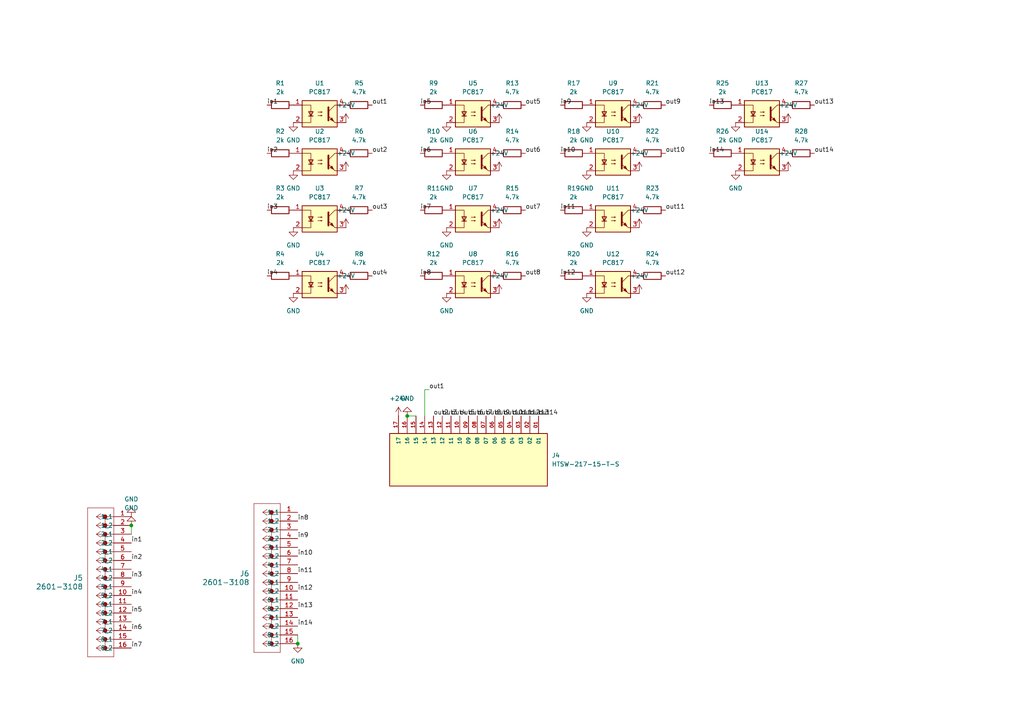
<source format=kicad_sch>
(kicad_sch (version 20231120) (generator "eeschema") (generator_version "8.0")
  (paper "A4")
  (lib_symbols
    (symbol "3108:2601-3108" (pin_names (offset 0.254))
      (property "Reference" "J" (at 8.89 6.35 0))
      (property "Value" "2601-3108" (at 0 0 0))
      (symbol "2601-3108_1_1"
        (polyline (pts (xy 5.08 -40.64) (xy 12.7 -40.64)) (stroke (width 0.127)))
        (polyline (pts (xy 5.08 2.54) (xy 5.08 -40.64)) (stroke (width 0.127)))
        (polyline (pts (xy 7.62 -35.56) (xy 7.62 -38.1)) (stroke (width 0.127)))
        (polyline (pts (xy 7.62 -30.48) (xy 7.62 -33.02)) (stroke (width 0.127)))
        (polyline (pts (xy 7.62 -25.4) (xy 7.62 -27.94)) (stroke (width 0.127)))
        (polyline (pts (xy 7.62 -20.32) (xy 7.62 -22.86)) (stroke (width 0.127)))
        (polyline (pts (xy 7.62 -15.24) (xy 7.62 -17.78)) (stroke (width 0.127)))
        (polyline (pts (xy 7.62 -10.16) (xy 7.62 -12.7)) (stroke (width 0.127)))
        (polyline (pts (xy 7.62 -5.08) (xy 7.62 -7.62)) (stroke (width 0.127)))
        (polyline (pts (xy 7.62 0) (xy 7.62 -2.54)) (stroke (width 0.127)))
        (polyline (pts (xy 10.16 -38.1) (xy 5.08 -38.1)) (stroke (width 0.127)))
        (polyline (pts (xy 10.16 -38.1) (xy 8.89 -38.9467)) (stroke (width 0.127)))
        (polyline (pts (xy 10.16 -38.1) (xy 8.89 -37.2533)) (stroke (width 0.127)))
        (polyline (pts (xy 10.16 -35.56) (xy 5.08 -35.56)) (stroke (width 0.127)))
        (polyline (pts (xy 10.16 -35.56) (xy 8.89 -36.4067)) (stroke (width 0.127)))
        (polyline (pts (xy 10.16 -35.56) (xy 8.89 -34.7133)) (stroke (width 0.127)))
        (polyline (pts (xy 10.16 -33.02) (xy 5.08 -33.02)) (stroke (width 0.127)))
        (polyline (pts (xy 10.16 -33.02) (xy 8.89 -33.8667)) (stroke (width 0.127)))
        (polyline (pts (xy 10.16 -33.02) (xy 8.89 -32.1733)) (stroke (width 0.127)))
        (polyline (pts (xy 10.16 -30.48) (xy 5.08 -30.48)) (stroke (width 0.127)))
        (polyline (pts (xy 10.16 -30.48) (xy 8.89 -31.3267)) (stroke (width 0.127)))
        (polyline (pts (xy 10.16 -30.48) (xy 8.89 -29.6333)) (stroke (width 0.127)))
        (polyline (pts (xy 10.16 -27.94) (xy 5.08 -27.94)) (stroke (width 0.127)))
        (polyline (pts (xy 10.16 -27.94) (xy 8.89 -28.7867)) (stroke (width 0.127)))
        (polyline (pts (xy 10.16 -27.94) (xy 8.89 -27.0933)) (stroke (width 0.127)))
        (polyline (pts (xy 10.16 -25.4) (xy 5.08 -25.4)) (stroke (width 0.127)))
        (polyline (pts (xy 10.16 -25.4) (xy 8.89 -26.2467)) (stroke (width 0.127)))
        (polyline (pts (xy 10.16 -25.4) (xy 8.89 -24.5533)) (stroke (width 0.127)))
        (polyline (pts (xy 10.16 -22.86) (xy 5.08 -22.86)) (stroke (width 0.127)))
        (polyline (pts (xy 10.16 -22.86) (xy 8.89 -23.7067)) (stroke (width 0.127)))
        (polyline (pts (xy 10.16 -22.86) (xy 8.89 -22.0133)) (stroke (width 0.127)))
        (polyline (pts (xy 10.16 -20.32) (xy 5.08 -20.32)) (stroke (width 0.127)))
        (polyline (pts (xy 10.16 -20.32) (xy 8.89 -21.1667)) (stroke (width 0.127)))
        (polyline (pts (xy 10.16 -20.32) (xy 8.89 -19.4733)) (stroke (width 0.127)))
        (polyline (pts (xy 10.16 -17.78) (xy 5.08 -17.78)) (stroke (width 0.127)))
        (polyline (pts (xy 10.16 -17.78) (xy 8.89 -18.6267)) (stroke (width 0.127)))
        (polyline (pts (xy 10.16 -17.78) (xy 8.89 -16.9333)) (stroke (width 0.127)))
        (polyline (pts (xy 10.16 -15.24) (xy 5.08 -15.24)) (stroke (width 0.127)))
        (polyline (pts (xy 10.16 -15.24) (xy 8.89 -16.0867)) (stroke (width 0.127)))
        (polyline (pts (xy 10.16 -15.24) (xy 8.89 -14.3933)) (stroke (width 0.127)))
        (polyline (pts (xy 10.16 -12.7) (xy 5.08 -12.7)) (stroke (width 0.127)))
        (polyline (pts (xy 10.16 -12.7) (xy 8.89 -13.5467)) (stroke (width 0.127)))
        (polyline (pts (xy 10.16 -12.7) (xy 8.89 -11.8533)) (stroke (width 0.127)))
        (polyline (pts (xy 10.16 -10.16) (xy 5.08 -10.16)) (stroke (width 0.127)))
        (polyline (pts (xy 10.16 -10.16) (xy 8.89 -11.0067)) (stroke (width 0.127)))
        (polyline (pts (xy 10.16 -10.16) (xy 8.89 -9.3133)) (stroke (width 0.127)))
        (polyline (pts (xy 10.16 -7.62) (xy 5.08 -7.62)) (stroke (width 0.127)))
        (polyline (pts (xy 10.16 -7.62) (xy 8.89 -8.4667)) (stroke (width 0.127)))
        (polyline (pts (xy 10.16 -7.62) (xy 8.89 -6.7733)) (stroke (width 0.127)))
        (polyline (pts (xy 10.16 -5.08) (xy 5.08 -5.08)) (stroke (width 0.127)))
        (polyline (pts (xy 10.16 -5.08) (xy 8.89 -5.9267)) (stroke (width 0.127)))
        (polyline (pts (xy 10.16 -5.08) (xy 8.89 -4.2333)) (stroke (width 0.127)))
        (polyline (pts (xy 10.16 -2.54) (xy 5.08 -2.54)) (stroke (width 0.127)))
        (polyline (pts (xy 10.16 -2.54) (xy 8.89 -3.3867)) (stroke (width 0.127)))
        (polyline (pts (xy 10.16 -2.54) (xy 8.89 -1.6933)) (stroke (width 0.127)))
        (polyline (pts (xy 10.16 0) (xy 5.08 0)) (stroke (width 0.127)))
        (polyline (pts (xy 10.16 0) (xy 8.89 -0.8467)) (stroke (width 0.127)))
        (polyline (pts (xy 10.16 0) (xy 8.89 0.8467)) (stroke (width 0.127)))
        (polyline (pts (xy 12.7 -40.64) (xy 12.7 2.54)) (stroke (width 0.127)))
        (polyline (pts (xy 12.7 2.54) (xy 5.08 2.54)) (stroke (width 0.127)))
        (circle (center 7.62 -38.1) (radius 0.127) (stroke (width 0.508)))
        (circle (center 7.62 -35.56) (radius 0.127) (stroke (width 0.508)))
        (circle (center 7.62 -33.02) (radius 0.127) (stroke (width 0.508)))
        (circle (center 7.62 -30.48) (radius 0.127) (stroke (width 0.508)))
        (circle (center 7.62 -27.94) (radius 0.127) (stroke (width 0.508)))
        (circle (center 7.62 -25.4) (radius 0.127) (stroke (width 0.508)))
        (circle (center 7.62 -22.86) (radius 0.127) (stroke (width 0.508)))
        (circle (center 7.62 -20.32) (radius 0.127) (stroke (width 0.508)))
        (circle (center 7.62 -17.78) (radius 0.127) (stroke (width 0.508)))
        (circle (center 7.62 -15.24) (radius 0.127) (stroke (width 0.508)))
        (circle (center 7.62 -12.7) (radius 0.127) (stroke (width 0.508)))
        (circle (center 7.62 -10.16) (radius 0.127) (stroke (width 0.508)))
        (circle (center 7.62 -7.62) (radius 0.127) (stroke (width 0.508)))
        (circle (center 7.62 -5.08) (radius 0.127) (stroke (width 0.508)))
        (circle (center 7.62 -2.54) (radius 0.127) (stroke (width 0.508)))
        (circle (center 7.62 0) (radius 0.127) (stroke (width 0.508)))
        (pin unspecified line (at 0 0 0) (length 5.08) (name "1_1") (number "1"))
        (pin unspecified line (at 0 -22.86 0) (length 5.08) (name "5_2") (number "10"))
        (pin unspecified line (at 0 -25.4 0) (length 5.08) (name "6_1") (number "11"))
        (pin unspecified line (at 0 -27.94 0) (length 5.08) (name "6_2") (number "12"))
        (pin unspecified line (at 0 -30.48 0) (length 5.08) (name "7_1") (number "13"))
        (pin unspecified line (at 0 -33.02 0) (length 5.08) (name "7_2") (number "14"))
        (pin unspecified line (at 0 -35.56 0) (length 5.08) (name "8_1") (number "15"))
        (pin unspecified line (at 0 -38.1 0) (length 5.08) (name "8_2") (number "16"))
        (pin unspecified line (at 0 -2.54 0) (length 5.08) (name "1_2") (number "2"))
        (pin unspecified line (at 0 -5.08 0) (length 5.08) (name "2_1") (number "3"))
        (pin unspecified line (at 0 -7.62 0) (length 5.08) (name "2_2") (number "4"))
        (pin unspecified line (at 0 -10.16 0) (length 5.08) (name "3_1") (number "5"))
        (pin unspecified line (at 0 -12.7 0) (length 5.08) (name "3_2") (number "6"))
        (pin unspecified line (at 0 -15.24 0) (length 5.08) (name "4_1") (number "7"))
        (pin unspecified line (at 0 -17.78 0) (length 5.08) (name "4_2") (number "8"))
        (pin unspecified line (at 0 -20.32 0) (length 5.08) (name "5_1") (number "9"))
      )
      (symbol "2601-3108_1_2"
        (polyline (pts (xy 5.08 -40.64) (xy 12.7 -40.64)) (stroke (width 0.127)))
        (polyline (pts (xy 5.08 2.54) (xy 5.08 -40.64)) (stroke (width 0.127)))
        (polyline (pts (xy 7.62 -35.56) (xy 7.62 -38.1)) (stroke (width 0.127)))
        (polyline (pts (xy 7.62 -30.48) (xy 7.62 -33.02)) (stroke (width 0.127)))
        (polyline (pts (xy 7.62 -25.4) (xy 7.62 -27.94)) (stroke (width 0.127)))
        (polyline (pts (xy 7.62 -20.32) (xy 7.62 -22.86)) (stroke (width 0.127)))
        (polyline (pts (xy 7.62 -15.24) (xy 7.62 -17.78)) (stroke (width 0.127)))
        (polyline (pts (xy 7.62 -10.16) (xy 7.62 -12.7)) (stroke (width 0.127)))
        (polyline (pts (xy 7.62 -5.08) (xy 7.62 -7.62)) (stroke (width 0.127)))
        (polyline (pts (xy 7.62 0) (xy 7.62 -2.54)) (stroke (width 0.127)))
        (polyline (pts (xy 10.16 -38.1) (xy 5.08 -38.1)) (stroke (width 0.127)))
        (polyline (pts (xy 10.16 -38.1) (xy 8.89 -38.9467)) (stroke (width 0.127)))
        (polyline (pts (xy 10.16 -38.1) (xy 8.89 -37.2533)) (stroke (width 0.127)))
        (polyline (pts (xy 10.16 -35.56) (xy 5.08 -35.56)) (stroke (width 0.127)))
        (polyline (pts (xy 10.16 -35.56) (xy 8.89 -36.4067)) (stroke (width 0.127)))
        (polyline (pts (xy 10.16 -35.56) (xy 8.89 -34.7133)) (stroke (width 0.127)))
        (polyline (pts (xy 10.16 -33.02) (xy 5.08 -33.02)) (stroke (width 0.127)))
        (polyline (pts (xy 10.16 -33.02) (xy 8.89 -33.8667)) (stroke (width 0.127)))
        (polyline (pts (xy 10.16 -33.02) (xy 8.89 -32.1733)) (stroke (width 0.127)))
        (polyline (pts (xy 10.16 -30.48) (xy 5.08 -30.48)) (stroke (width 0.127)))
        (polyline (pts (xy 10.16 -30.48) (xy 8.89 -31.3267)) (stroke (width 0.127)))
        (polyline (pts (xy 10.16 -30.48) (xy 8.89 -29.6333)) (stroke (width 0.127)))
        (polyline (pts (xy 10.16 -27.94) (xy 5.08 -27.94)) (stroke (width 0.127)))
        (polyline (pts (xy 10.16 -27.94) (xy 8.89 -28.7867)) (stroke (width 0.127)))
        (polyline (pts (xy 10.16 -27.94) (xy 8.89 -27.0933)) (stroke (width 0.127)))
        (polyline (pts (xy 10.16 -25.4) (xy 5.08 -25.4)) (stroke (width 0.127)))
        (polyline (pts (xy 10.16 -25.4) (xy 8.89 -26.2467)) (stroke (width 0.127)))
        (polyline (pts (xy 10.16 -25.4) (xy 8.89 -24.5533)) (stroke (width 0.127)))
        (polyline (pts (xy 10.16 -22.86) (xy 5.08 -22.86)) (stroke (width 0.127)))
        (polyline (pts (xy 10.16 -22.86) (xy 8.89 -23.7067)) (stroke (width 0.127)))
        (polyline (pts (xy 10.16 -22.86) (xy 8.89 -22.0133)) (stroke (width 0.127)))
        (polyline (pts (xy 10.16 -20.32) (xy 5.08 -20.32)) (stroke (width 0.127)))
        (polyline (pts (xy 10.16 -20.32) (xy 8.89 -21.1667)) (stroke (width 0.127)))
        (polyline (pts (xy 10.16 -20.32) (xy 8.89 -19.4733)) (stroke (width 0.127)))
        (polyline (pts (xy 10.16 -17.78) (xy 5.08 -17.78)) (stroke (width 0.127)))
        (polyline (pts (xy 10.16 -17.78) (xy 8.89 -18.6267)) (stroke (width 0.127)))
        (polyline (pts (xy 10.16 -17.78) (xy 8.89 -16.9333)) (stroke (width 0.127)))
        (polyline (pts (xy 10.16 -15.24) (xy 5.08 -15.24)) (stroke (width 0.127)))
        (polyline (pts (xy 10.16 -15.24) (xy 8.89 -16.0867)) (stroke (width 0.127)))
        (polyline (pts (xy 10.16 -15.24) (xy 8.89 -14.3933)) (stroke (width 0.127)))
        (polyline (pts (xy 10.16 -12.7) (xy 5.08 -12.7)) (stroke (width 0.127)))
        (polyline (pts (xy 10.16 -12.7) (xy 8.89 -13.5467)) (stroke (width 0.127)))
        (polyline (pts (xy 10.16 -12.7) (xy 8.89 -11.8533)) (stroke (width 0.127)))
        (polyline (pts (xy 10.16 -10.16) (xy 5.08 -10.16)) (stroke (width 0.127)))
        (polyline (pts (xy 10.16 -10.16) (xy 8.89 -11.0067)) (stroke (width 0.127)))
        (polyline (pts (xy 10.16 -10.16) (xy 8.89 -9.3133)) (stroke (width 0.127)))
        (polyline (pts (xy 10.16 -7.62) (xy 5.08 -7.62)) (stroke (width 0.127)))
        (polyline (pts (xy 10.16 -7.62) (xy 8.89 -8.4667)) (stroke (width 0.127)))
        (polyline (pts (xy 10.16 -7.62) (xy 8.89 -6.7733)) (stroke (width 0.127)))
        (polyline (pts (xy 10.16 -5.08) (xy 5.08 -5.08)) (stroke (width 0.127)))
        (polyline (pts (xy 10.16 -5.08) (xy 8.89 -5.9267)) (stroke (width 0.127)))
        (polyline (pts (xy 10.16 -5.08) (xy 8.89 -4.2333)) (stroke (width 0.127)))
        (polyline (pts (xy 10.16 -2.54) (xy 5.08 -2.54)) (stroke (width 0.127)))
        (polyline (pts (xy 10.16 -2.54) (xy 8.89 -3.3867)) (stroke (width 0.127)))
        (polyline (pts (xy 10.16 -2.54) (xy 8.89 -1.6933)) (stroke (width 0.127)))
        (polyline (pts (xy 10.16 0) (xy 5.08 0)) (stroke (width 0.127)))
        (polyline (pts (xy 10.16 0) (xy 8.89 -0.8467)) (stroke (width 0.127)))
        (polyline (pts (xy 10.16 0) (xy 8.89 0.8467)) (stroke (width 0.127)))
        (polyline (pts (xy 12.7 -40.64) (xy 12.7 2.54)) (stroke (width 0.127)))
        (polyline (pts (xy 12.7 2.54) (xy 5.08 2.54)) (stroke (width 0.127)))
        (circle (center 7.62 -38.1) (radius 0.127) (stroke (width 0.508)))
        (circle (center 7.62 -35.56) (radius 0.127) (stroke (width 0.508)))
        (circle (center 7.62 -33.02) (radius 0.127) (stroke (width 0.508)))
        (circle (center 7.62 -30.48) (radius 0.127) (stroke (width 0.508)))
        (circle (center 7.62 -27.94) (radius 0.127) (stroke (width 0.508)))
        (circle (center 7.62 -25.4) (radius 0.127) (stroke (width 0.508)))
        (circle (center 7.62 -22.86) (radius 0.127) (stroke (width 0.508)))
        (circle (center 7.62 -20.32) (radius 0.127) (stroke (width 0.508)))
        (circle (center 7.62 -17.78) (radius 0.127) (stroke (width 0.508)))
        (circle (center 7.62 -15.24) (radius 0.127) (stroke (width 0.508)))
        (circle (center 7.62 -12.7) (radius 0.127) (stroke (width 0.508)))
        (circle (center 7.62 -10.16) (radius 0.127) (stroke (width 0.508)))
        (circle (center 7.62 -7.62) (radius 0.127) (stroke (width 0.508)))
        (circle (center 7.62 -5.08) (radius 0.127) (stroke (width 0.508)))
        (circle (center 7.62 -2.54) (radius 0.127) (stroke (width 0.508)))
        (circle (center 7.62 0) (radius 0.127) (stroke (width 0.508)))
        (pin unspecified line (at 0 0 0) (length 5.08) (name "1_1") (number "1"))
        (pin unspecified line (at 0 -22.86 0) (length 5.08) (name "5_2") (number "10"))
        (pin unspecified line (at 0 -25.4 0) (length 5.08) (name "6_1") (number "11"))
        (pin unspecified line (at 0 -27.94 0) (length 5.08) (name "6_2") (number "12"))
        (pin unspecified line (at 0 -30.48 0) (length 5.08) (name "7_1") (number "13"))
        (pin unspecified line (at 0 -33.02 0) (length 5.08) (name "7_2") (number "14"))
        (pin unspecified line (at 0 -35.56 0) (length 5.08) (name "8_1") (number "15"))
        (pin unspecified line (at 0 -38.1 0) (length 5.08) (name "8_2") (number "16"))
        (pin unspecified line (at 0 -2.54 0) (length 5.08) (name "1_2") (number "2"))
        (pin unspecified line (at 0 -5.08 0) (length 5.08) (name "2_1") (number "3"))
        (pin unspecified line (at 0 -7.62 0) (length 5.08) (name "2_2") (number "4"))
        (pin unspecified line (at 0 -10.16 0) (length 5.08) (name "3_1") (number "5"))
        (pin unspecified line (at 0 -12.7 0) (length 5.08) (name "3_2") (number "6"))
        (pin unspecified line (at 0 -15.24 0) (length 5.08) (name "4_1") (number "7"))
        (pin unspecified line (at 0 -17.78 0) (length 5.08) (name "4_2") (number "8"))
        (pin unspecified line (at 0 -20.32 0) (length 5.08) (name "5_1") (number "9"))
      )
    )
    (symbol "Device:R" (pin_numbers hide) (pin_names (offset 0))
      (property "Reference" "R" (at 2.032 0 90))
      (property "Value" "R" (at 0 0 90))
      (symbol "R_0_1"
        (rectangle (start -1.016 -2.54) (end 1.016 2.54) (stroke (width 0.254)))
      )
      (symbol "R_1_1"
        (pin passive line (at 0 3.81 270) (length 1.27) (name "~") (number "1"))
        (pin passive line (at 0 -3.81 90) (length 1.27) (name "~") (number "2"))
      )
    )
    (symbol "HTSW-217-15-T-S:HTSW-217-15-T-S" (pin_names (offset 1.016))
      (property "Reference" "J" (at -8.12 22.86 0))
      (property "Value" "HTSW-217-15-T-S" (at -7.62 -25.4 0))
      (symbol "HTSW-217-15-T-S_0_0"
        (rectangle (start -7.62 -22.86) (end 7.62 22.86) (stroke (width 0.254)) (fill (type background)))
        (pin passive line (at -12.7 20.32 0) (length 5.08) (name "01") (number "01"))
        (pin passive line (at -12.7 17.78 0) (length 5.08) (name "02") (number "02"))
        (pin passive line (at -12.7 15.24 0) (length 5.08) (name "03") (number "03"))
        (pin passive line (at -12.7 12.7 0) (length 5.08) (name "04") (number "04"))
        (pin passive line (at -12.7 10.16 0) (length 5.08) (name "05") (number "05"))
        (pin passive line (at -12.7 7.62 0) (length 5.08) (name "06") (number "06"))
        (pin passive line (at -12.7 5.08 0) (length 5.08) (name "07") (number "07"))
        (pin passive line (at -12.7 2.54 0) (length 5.08) (name "08") (number "08"))
        (pin passive line (at -12.7 0 0) (length 5.08) (name "09") (number "09"))
        (pin passive line (at -12.7 -2.54 0) (length 5.08) (name "10") (number "10"))
        (pin passive line (at -12.7 -5.08 0) (length 5.08) (name "11") (number "11"))
        (pin passive line (at -12.7 -7.62 0) (length 5.08) (name "12") (number "12"))
        (pin passive line (at -12.7 -10.16 0) (length 5.08) (name "13") (number "13"))
        (pin passive line (at -12.7 -12.7 0) (length 5.08) (name "14") (number "14"))
        (pin passive line (at -12.7 -15.24 0) (length 5.08) (name "15") (number "15"))
        (pin passive line (at -12.7 -17.78 0) (length 5.08) (name "16") (number "16"))
        (pin passive line (at -12.7 -20.32 0) (length 5.08) (name "17") (number "17"))
      )
    )
    (symbol "Isolator:PC817" (pin_names (offset 1.016))
      (property "Reference" "U" (at -5.08 5.08 0))
      (property "Value" "PC817" (at 0 5.08 0))
      (symbol "PC817_0_1"
        (rectangle (start -5.08 3.81) (end 5.08 -3.81) (stroke (width 0.254)) (fill (type background)))
        (polyline (pts (xy -3.175 -0.635) (xy -1.905 -0.635)) (stroke (width 0.254)))
        (polyline (pts (xy 2.54 0.635) (xy 4.445 2.54)))
        (polyline (pts (xy 4.445 -2.54) (xy 2.54 -0.635)) (fill (type outline)))
        (polyline (pts (xy 4.445 -2.54) (xy 5.08 -2.54)))
        (polyline (pts (xy 4.445 2.54) (xy 5.08 2.54)))
        (polyline (pts (xy -5.08 2.54) (xy -2.54 2.54) (xy -2.54 -0.635)))
        (polyline (pts (xy -2.54 -0.635) (xy -2.54 -2.54) (xy -5.08 -2.54)))
        (polyline (pts (xy 2.54 1.905) (xy 2.54 -1.905) (xy 2.54 -1.905)) (stroke (width 0.508)))
        (polyline (pts (xy -2.54 -0.635) (xy -3.175 0.635) (xy -1.905 0.635) (xy -2.54 -0.635)) (stroke (width 0.254)))
        (polyline (pts (xy -0.508 -0.508) (xy 0.762 -0.508) (xy 0.381 -0.635) (xy 0.381 -0.381) (xy 0.762 -0.508)))
        (polyline (pts (xy -0.508 0.508) (xy 0.762 0.508) (xy 0.381 0.381) (xy 0.381 0.635) (xy 0.762 0.508)))
        (polyline (pts (xy 3.048 -1.651) (xy 3.556 -1.143) (xy 4.064 -2.159) (xy 3.048 -1.651) (xy 3.048 -1.651)) (fill (type outline)))
      )
      (symbol "PC817_1_1"
        (pin passive line (at -7.62 2.54 0) (length 2.54) (name "~") (number "1"))
        (pin passive line (at -7.62 -2.54 0) (length 2.54) (name "~") (number "2"))
        (pin passive line (at 7.62 -2.54 180) (length 2.54) (name "~") (number "3"))
        (pin passive line (at 7.62 2.54 180) (length 2.54) (name "~") (number "4"))
      )
    )
    (symbol "power:+24V" (power) (pin_numbers hide) (pin_names (offset 0) hide)
      (property "Value" "+24V" (at 0 3.556 0))
      (symbol "+24V_0_1"
        (polyline (pts (xy -0.762 1.27) (xy 0 2.54)))
        (polyline (pts (xy 0 0) (xy 0 2.54)))
        (polyline (pts (xy 0 2.54) (xy 0.762 1.27)))
      )
      (symbol "+24V_1_1"
        (pin power_in line (at 0 0 90) (length 0) (name "~") (number "1"))
      )
    )
    (symbol "power:GND" (power) (pin_numbers hide) (pin_names (offset 0) hide)
      (property "Value" "GND" (at 0 -3.81 0))
      (symbol "GND_0_1"
        (polyline (pts (xy 0 0) (xy 0 -1.27) (xy 1.27 -1.27) (xy 0 -2.54) (xy -1.27 -1.27) (xy 0 -1.27)))
      )
      (symbol "GND_1_1"
        (pin power_in line (at 0 0 270) (length 0) (name "~") (number "1"))
      )
    )
  )
  (junction (at 86.36 186.69))
  (junction (at 38.1 152.4))
  (junction (at 118.11 120.65))
  (wire (pts (xy 118.11 120.65) (xy 120.65 120.65)))
  (wire (pts (xy 86.36 184.15) (xy 86.36 186.69)))
  (wire (pts (xy 124.46 113.03) (xy 123.19 113.03)))
  (wire (pts (xy 123.19 113.03) (xy 123.19 120.65)))
  (wire (pts (xy 38.1 152.4) (xy 38.1 154.94)))
  (label "in6" (at 121.92 44.45 0))
  (label "in4" (at 77.47 80.01 0))
  (label "in2" (at 77.47 44.45 0))
  (label "in5" (at 121.92 30.48 0))
  (label "in5" (at 38.1 177.8 0))
  (label "out13" (at 236.22 30.48 0))
  (label "in7" (at 121.92 60.96 0))
  (label "in9" (at 162.56 30.48 0))
  (label "out7" (at 152.4 60.96 0))
  (label "out12" (at 151.13 120.65 0))
  (label "out14" (at 156.21 120.65 0))
  (label "out13" (at 153.67 120.65 0))
  (label "in6" (at 38.1 182.88 0))
  (label "out1" (at 124.46 113.03 0))
  (label "in4" (at 38.1 172.72 0))
  (label "out2" (at 107.95 44.45 0))
  (label "out12" (at 193.04 80.01 0))
  (label "out6" (at 135.89 120.65 0))
  (label "out1" (at 107.95 30.48 0))
  (label "in13" (at 86.36 176.53 0))
  (label "in14" (at 205.74 44.45 0))
  (label "out6" (at 152.4 44.45 0))
  (label "out11" (at 193.04 60.96 0))
  (label "out3" (at 107.95 60.96 0))
  (label "out14" (at 236.22 44.45 0))
  (label "out4" (at 107.95 80.01 0))
  (label "in11" (at 86.36 166.37 0))
  (label "in3" (at 38.1 167.64 0))
  (label "out9" (at 193.04 30.48 0))
  (label "in1" (at 77.47 30.48 0))
  (label "out10" (at 146.05 120.65 0))
  (label "in10" (at 86.36 161.29 0))
  (label "in12" (at 86.36 171.45 0))
  (label "out7" (at 138.43 120.65 0))
  (label "in8" (at 121.92 80.01 0))
  (label "out10" (at 193.04 44.45 0))
  (label "out9" (at 143.51 120.65 0))
  (label "in2" (at 38.1 162.56 0))
  (label "in14" (at 86.36 181.61 0))
  (label "out2" (at 125.73 120.65 0))
  (label "in13" (at 205.74 30.48 0))
  (label "in3" (at 77.47 60.96 0))
  (label "out4" (at 130.81 120.65 0))
  (label "out11" (at 148.59 120.65 0))
  (label "in9" (at 86.36 156.21 0))
  (label "in12" (at 162.56 80.01 0))
  (label "out3" (at 128.27 120.65 0))
  (label "in11" (at 162.56 60.96 0))
  (label "out5" (at 152.4 30.48 0))
  (label "out8" (at 152.4 80.01 0))
  (label "in7" (at 38.1 187.96 0))
  (label "in1" (at 38.1 157.48 0))
  (label "in10" (at 162.56 44.45 0))
  (label "out8" (at 140.97 120.65 0))
  (label "in8" (at 86.36 151.13 0))
  (label "out5" (at 133.35 120.65 0))
  (symbol (lib_id "Isolator:PC817") (at 177.8 82.55 0) (unit 1)
    (property "Reference" "U12" (at 177.8 73.66 0))
    (property "Value" "PC817" (at 177.8 76.2 0))
    (property "Footprint" "Package_DIP:DIP-4_W7.62mm" (effects (hide yes)))
    (property "Datasheet" "http://www.soselectronic.cz/a_info/resource/d/pc817.pdf" (effects (hide yes)))
    (property "Description" "DC Optocoupler, Vce 35V, CTR 50-300%, DIP-4" (effects (hide yes)))
  )
  (symbol (lib_id "Device:R") (at 104.14 30.48 90) (unit 1)
    (property "Reference" "R5" (at 104.14 24.13 90))
    (property "Value" "4.7k" (at 104.14 26.67 90))
    (property "Footprint" "Resistor_SMD:R_0805_2012Metric" (effects (hide yes)))
    (property "Description" "Resistor" (effects (hide yes)))
  )
  (symbol (lib_id "power:+24V") (at 144.78 35.56 0) (unit 1)
    (property "Reference" "#PWR08" (effects (hide yes)))
    (property "Value" "+24V" (at 144.78 30.48 0))
    (property "Description" "Power symbol creates a global label with name \"+24V\"" (effects (hide yes)))
  )
  (symbol (lib_id "Device:R") (at 104.14 44.45 90) (unit 1)
    (property "Reference" "R6" (at 104.14 38.1 90))
    (property "Value" "4.7k" (at 104.14 40.64 90))
    (property "Footprint" "Resistor_SMD:R_0805_2012Metric" (effects (hide yes)))
    (property "Description" "Resistor" (effects (hide yes)))
  )
  (symbol (lib_id "Device:R") (at 104.14 60.96 90) (unit 1)
    (property "Reference" "R7" (at 104.14 54.61 90))
    (property "Value" "4.7k" (at 104.14 57.15 90))
    (property "Footprint" "Resistor_SMD:R_0805_2012Metric" (effects (hide yes)))
    (property "Description" "Resistor" (effects (hide yes)))
  )
  (symbol (lib_id "Device:R") (at 209.55 44.45 270) (unit 1)
    (property "Reference" "R26" (at 209.55 38.1 90))
    (property "Value" "2k" (at 209.55 40.64 90))
    (property "Footprint" "Resistor_SMD:R_0805_2012Metric" (effects (hide yes)))
    (property "Description" "Resistor" (effects (hide yes)))
  )
  (symbol (lib_id "Device:R") (at 189.23 44.45 90) (unit 1)
    (property "Reference" "R22" (at 189.23 38.1 90))
    (property "Value" "4.7k" (at 189.23 40.64 90))
    (property "Footprint" "Resistor_SMD:R_0805_2012Metric" (effects (hide yes)))
    (property "Description" "Resistor" (effects (hide yes)))
  )
  (symbol (lib_id "Isolator:PC817") (at 92.71 63.5 0) (unit 1)
    (property "Reference" "U3" (at 92.71 54.61 0))
    (property "Value" "PC817" (at 92.71 57.15 0))
    (property "Footprint" "Package_DIP:DIP-4_W7.62mm" (effects (hide yes)))
    (property "Datasheet" "http://www.soselectronic.cz/a_info/resource/d/pc817.pdf" (effects (hide yes)))
    (property "Description" "DC Optocoupler, Vce 35V, CTR 50-300%, DIP-4" (effects (hide yes)))
  )
  (symbol (lib_id "power:+24V") (at 185.42 85.09 0) (unit 1)
    (property "Reference" "#PWR028" (effects (hide yes)))
    (property "Value" "+24V" (at 185.42 80.01 0))
    (property "Description" "Power symbol creates a global label with name \"+24V\"" (effects (hide yes)))
  )
  (symbol (lib_id "Device:R") (at 189.23 60.96 90) (unit 1)
    (property "Reference" "R23" (at 189.23 54.61 90))
    (property "Value" "4.7k" (at 189.23 57.15 90))
    (property "Footprint" "Resistor_SMD:R_0805_2012Metric" (effects (hide yes)))
    (property "Description" "Resistor" (effects (hide yes)))
  )
  (symbol (lib_id "power:+24V") (at 144.78 85.09 0) (unit 1)
    (property "Reference" "#PWR05" (effects (hide yes)))
    (property "Value" "+24V" (at 144.78 80.01 0))
    (property "Description" "Power symbol creates a global label with name \"+24V\"" (effects (hide yes)))
  )
  (symbol (lib_id "Isolator:PC817") (at 177.8 63.5 0) (unit 1)
    (property "Reference" "U11" (at 177.8 54.61 0))
    (property "Value" "PC817" (at 177.8 57.15 0))
    (property "Footprint" "Package_DIP:DIP-4_W7.62mm" (effects (hide yes)))
    (property "Datasheet" "http://www.soselectronic.cz/a_info/resource/d/pc817.pdf" (effects (hide yes)))
    (property "Description" "DC Optocoupler, Vce 35V, CTR 50-300%, DIP-4" (effects (hide yes)))
  )
  (symbol (lib_id "power:GND") (at 129.54 85.09 0) (unit 1)
    (property "Reference" "#PWR013" (effects (hide yes)))
    (property "Value" "GND" (at 129.54 90.17 0))
    (property "Description" "Power symbol creates a global label with name \"GND\" , ground" (effects (hide yes)))
  )
  (symbol (lib_id "Device:R") (at 125.73 30.48 270) (unit 1)
    (property "Reference" "R9" (at 125.73 24.13 90))
    (property "Value" "2k" (at 125.73 26.67 90))
    (property "Footprint" "Resistor_SMD:R_0805_2012Metric" (effects (hide yes)))
    (property "Description" "Resistor" (effects (hide yes)))
  )
  (symbol (lib_id "Device:R") (at 148.59 60.96 90) (unit 1)
    (property "Reference" "R15" (at 148.59 54.61 90))
    (property "Value" "4.7k" (at 148.59 57.15 90))
    (property "Footprint" "Resistor_SMD:R_0805_2012Metric" (effects (hide yes)))
    (property "Description" "Resistor" (effects (hide yes)))
  )
  (symbol (lib_id "power:+24V") (at 185.42 35.56 0) (unit 1)
    (property "Reference" "#PWR025" (effects (hide yes)))
    (property "Value" "+24V" (at 185.42 30.48 0))
    (property "Description" "Power symbol creates a global label with name \"+24V\"" (effects (hide yes)))
  )
  (symbol (lib_id "Device:R") (at 189.23 30.48 90) (unit 1)
    (property "Reference" "R21" (at 189.23 24.13 90))
    (property "Value" "4.7k" (at 189.23 26.67 90))
    (property "Footprint" "Resistor_SMD:R_0805_2012Metric" (effects (hide yes)))
    (property "Description" "Resistor" (effects (hide yes)))
  )
  (symbol (lib_id "power:GND") (at 38.1 152.4 180) (unit 1)
    (property "Reference" "#PWR031" (effects (hide yes)))
    (property "Value" "GND" (at 38.1 147.32 0))
    (property "Description" "Power symbol creates a global label with name \"GND\" , ground" (effects (hide yes)))
  )
  (symbol (lib_id "power:GND") (at 170.18 35.56 0) (unit 1)
    (property "Reference" "#PWR021" (effects (hide yes)))
    (property "Value" "GND" (at 170.18 40.64 0))
    (property "Description" "Power symbol creates a global label with name \"GND\" , ground" (effects (hide yes)))
  )
  (symbol (lib_id "Device:R") (at 125.73 60.96 270) (unit 1)
    (property "Reference" "R11" (at 125.73 54.61 90))
    (property "Value" "2k" (at 125.73 57.15 90))
    (property "Footprint" "Resistor_SMD:R_0805_2012Metric" (effects (hide yes)))
    (property "Description" "Resistor" (effects (hide yes)))
  )
  (symbol (lib_id "Device:R") (at 189.23 80.01 90) (unit 1)
    (property "Reference" "R24" (at 189.23 73.66 90))
    (property "Value" "4.7k" (at 189.23 76.2 90))
    (property "Footprint" "Resistor_SMD:R_0805_2012Metric" (effects (hide yes)))
    (property "Description" "Resistor" (effects (hide yes)))
  )
  (symbol (lib_id "Isolator:PC817") (at 92.71 82.55 0) (unit 1)
    (property "Reference" "U4" (at 92.71 73.66 0))
    (property "Value" "PC817" (at 92.71 76.2 0))
    (property "Footprint" "Package_DIP:DIP-4_W7.62mm" (effects (hide yes)))
    (property "Datasheet" "http://www.soselectronic.cz/a_info/resource/d/pc817.pdf" (effects (hide yes)))
    (property "Description" "DC Optocoupler, Vce 35V, CTR 50-300%, DIP-4" (effects (hide yes)))
  )
  (symbol (lib_id "power:GND") (at 129.54 66.04 0) (unit 1)
    (property "Reference" "#PWR014" (effects (hide yes)))
    (property "Value" "GND" (at 129.54 71.12 0))
    (property "Description" "Power symbol creates a global label with name \"GND\" , ground" (effects (hide yes)))
  )
  (symbol (lib_id "power:+24V") (at 100.33 49.53 0) (unit 1)
    (property "Reference" "#PWR02" (effects (hide yes)))
    (property "Value" "+24V" (at 100.33 44.45 0))
    (property "Description" "Power symbol creates a global label with name \"+24V\"" (effects (hide yes)))
  )
  (symbol (lib_id "Isolator:PC817") (at 92.71 46.99 0) (unit 1)
    (property "Reference" "U2" (at 92.71 38.1 0))
    (property "Value" "PC817" (at 92.71 40.64 0))
    (property "Footprint" "Package_DIP:DIP-4_W7.62mm" (effects (hide yes)))
    (property "Datasheet" "http://www.soselectronic.cz/a_info/resource/d/pc817.pdf" (effects (hide yes)))
    (property "Description" "DC Optocoupler, Vce 35V, CTR 50-300%, DIP-4" (effects (hide yes)))
  )
  (symbol (lib_id "power:GND") (at 170.18 66.04 0) (unit 1)
    (property "Reference" "#PWR023" (effects (hide yes)))
    (property "Value" "GND" (at 170.18 71.12 0))
    (property "Description" "Power symbol creates a global label with name \"GND\" , ground" (effects (hide yes)))
  )
  (symbol (lib_id "power:GND") (at 213.36 49.53 0) (unit 1)
    (property "Reference" "#PWR030" (effects (hide yes)))
    (property "Value" "GND" (at 213.36 54.61 0))
    (property "Description" "Power symbol creates a global label with name \"GND\" , ground" (effects (hide yes)))
  )
  (symbol (lib_id "Isolator:PC817") (at 177.8 33.02 0) (unit 1)
    (property "Reference" "U9" (at 177.8 24.13 0))
    (property "Value" "PC817" (at 177.8 26.67 0))
    (property "Footprint" "Package_DIP:DIP-4_W7.62mm" (effects (hide yes)))
    (property "Datasheet" "http://www.soselectronic.cz/a_info/resource/d/pc817.pdf" (effects (hide yes)))
    (property "Description" "DC Optocoupler, Vce 35V, CTR 50-300%, DIP-4" (effects (hide yes)))
  )
  (symbol (lib_id "power:GND") (at 85.09 49.53 0) (unit 1)
    (property "Reference" "#PWR010" (effects (hide yes)))
    (property "Value" "GND" (at 85.09 54.61 0))
    (property "Description" "Power symbol creates a global label with name \"GND\" , ground" (effects (hide yes)))
  )
  (symbol (lib_id "Device:R") (at 166.37 80.01 270) (unit 1)
    (property "Reference" "R20" (at 166.37 73.66 90))
    (property "Value" "2k" (at 166.37 76.2 90))
    (property "Footprint" "Resistor_SMD:R_0805_2012Metric" (effects (hide yes)))
    (property "Description" "Resistor" (effects (hide yes)))
  )
  (symbol (lib_id "power:GND") (at 85.09 66.04 0) (unit 1)
    (property "Reference" "#PWR011" (effects (hide yes)))
    (property "Value" "GND" (at 85.09 71.12 0))
    (property "Description" "Power symbol creates a global label with name \"GND\" , ground" (effects (hide yes)))
  )
  (symbol (lib_id "power:+24V") (at 228.6 49.53 0) (unit 1)
    (property "Reference" "#PWR034" (effects (hide yes)))
    (property "Value" "+24V" (at 228.6 44.45 0))
    (property "Description" "Power symbol creates a global label with name \"+24V\"" (effects (hide yes)))
  )
  (symbol (lib_id "power:+24V") (at 115.57 120.65 0) (unit 1)
    (property "Reference" "#PWR017" (effects (hide yes)))
    (property "Value" "+24V" (at 115.57 115.57 0))
    (property "Description" "Power symbol creates a global label with name \"+24V\"" (effects (hide yes)))
  )
  (symbol (lib_id "power:+24V") (at 144.78 66.04 0) (unit 1)
    (property "Reference" "#PWR06" (effects (hide yes)))
    (property "Value" "+24V" (at 144.78 60.96 0))
    (property "Description" "Power symbol creates a global label with name \"+24V\"" (effects (hide yes)))
  )
  (symbol (lib_id "Device:R") (at 232.41 44.45 90) (unit 1)
    (property "Reference" "R28" (at 232.41 38.1 90))
    (property "Value" "4.7k" (at 232.41 40.64 90))
    (property "Footprint" "Resistor_SMD:R_0805_2012Metric" (effects (hide yes)))
    (property "Description" "Resistor" (effects (hide yes)))
  )
  (symbol (lib_id "Device:R") (at 81.28 44.45 270) (unit 1)
    (property "Reference" "R2" (at 81.28 38.1 90))
    (property "Value" "2k" (at 81.28 40.64 90))
    (property "Footprint" "Resistor_SMD:R_0805_2012Metric" (effects (hide yes)))
    (property "Description" "Resistor" (effects (hide yes)))
  )
  (symbol (lib_id "Device:R") (at 166.37 30.48 270) (unit 1)
    (property "Reference" "R17" (at 166.37 24.13 90))
    (property "Value" "2k" (at 166.37 26.67 90))
    (property "Footprint" "Resistor_SMD:R_0805_2012Metric" (effects (hide yes)))
    (property "Description" "Resistor" (effects (hide yes)))
  )
  (symbol (lib_id "power:GND") (at 86.36 186.69 0) (unit 1)
    (property "Reference" "#PWR019" (effects (hide yes)))
    (property "Value" "GND" (at 86.36 191.77 0))
    (property "Description" "Power symbol creates a global label with name \"GND\" , ground" (effects (hide yes)))
  )
  (symbol (lib_id "Device:R") (at 166.37 60.96 270) (unit 1)
    (property "Reference" "R19" (at 166.37 54.61 90))
    (property "Value" "2k" (at 166.37 57.15 90))
    (property "Footprint" "Resistor_SMD:R_0805_2012Metric" (effects (hide yes)))
    (property "Description" "Resistor" (effects (hide yes)))
  )
  (symbol (lib_id "power:GND") (at 85.09 85.09 0) (unit 1)
    (property "Reference" "#PWR012" (effects (hide yes)))
    (property "Value" "GND" (at 85.09 90.17 0))
    (property "Description" "Power symbol creates a global label with name \"GND\" , ground" (effects (hide yes)))
  )
  (symbol (lib_id "Device:R") (at 232.41 30.48 90) (unit 1)
    (property "Reference" "R27" (at 232.41 24.13 90))
    (property "Value" "4.7k" (at 232.41 26.67 90))
    (property "Footprint" "Resistor_SMD:R_0805_2012Metric" (effects (hide yes)))
    (property "Description" "Resistor" (effects (hide yes)))
  )
  (symbol (lib_id "Device:R") (at 125.73 80.01 270) (unit 1)
    (property "Reference" "R12" (at 125.73 73.66 90))
    (property "Value" "2k" (at 125.73 76.2 90))
    (property "Footprint" "Resistor_SMD:R_0805_2012Metric" (effects (hide yes)))
    (property "Description" "Resistor" (effects (hide yes)))
  )
  (symbol (lib_id "power:+24V") (at 144.78 49.53 0) (unit 1)
    (property "Reference" "#PWR07" (effects (hide yes)))
    (property "Value" "+24V" (at 144.78 44.45 0))
    (property "Description" "Power symbol creates a global label with name \"+24V\"" (effects (hide yes)))
  )
  (symbol (lib_id "Isolator:PC817") (at 137.16 46.99 0) (unit 1)
    (property "Reference" "U6" (at 137.16 38.1 0))
    (property "Value" "PC817" (at 137.16 40.64 0))
    (property "Footprint" "Package_DIP:DIP-4_W7.62mm" (effects (hide yes)))
    (property "Datasheet" "http://www.soselectronic.cz/a_info/resource/d/pc817.pdf" (effects (hide yes)))
    (property "Description" "DC Optocoupler, Vce 35V, CTR 50-300%, DIP-4" (effects (hide yes)))
  )
  (symbol (lib_id "Device:R") (at 148.59 80.01 90) (unit 1)
    (property "Reference" "R16" (at 148.59 73.66 90))
    (property "Value" "4.7k" (at 148.59 76.2 90))
    (property "Footprint" "Resistor_SMD:R_0805_2012Metric" (effects (hide yes)))
    (property "Description" "Resistor" (effects (hide yes)))
  )
  (symbol (lib_id "power:GND") (at 118.11 120.65 180) (unit 1)
    (property "Reference" "#PWR018" (effects (hide yes)))
    (property "Value" "GND" (at 118.11 115.57 0))
    (property "Description" "Power symbol creates a global label with name \"GND\" , ground" (effects (hide yes)))
  )
  (symbol (lib_id "power:GND") (at 129.54 49.53 0) (unit 1)
    (property "Reference" "#PWR015" (effects (hide yes)))
    (property "Value" "GND" (at 129.54 54.61 0))
    (property "Description" "Power symbol creates a global label with name \"GND\" , ground" (effects (hide yes)))
  )
  (symbol (lib_id "power:+24V") (at 100.33 35.56 0) (unit 1)
    (property "Reference" "#PWR01" (effects (hide yes)))
    (property "Value" "+24V" (at 100.33 30.48 0))
    (property "Description" "Power symbol creates a global label with name \"+24V\"" (effects (hide yes)))
  )
  (symbol (lib_id "Isolator:PC817") (at 137.16 82.55 0) (unit 1)
    (property "Reference" "U8" (at 137.16 73.66 0))
    (property "Value" "PC817" (at 137.16 76.2 0))
    (property "Footprint" "Package_DIP:DIP-4_W7.62mm" (effects (hide yes)))
    (property "Datasheet" "http://www.soselectronic.cz/a_info/resource/d/pc817.pdf" (effects (hide yes)))
    (property "Description" "DC Optocoupler, Vce 35V, CTR 50-300%, DIP-4" (effects (hide yes)))
  )
  (symbol (lib_id "Isolator:PC817") (at 220.98 33.02 0) (unit 1)
    (property "Reference" "U13" (at 220.98 24.13 0))
    (property "Value" "PC817" (at 220.98 26.67 0))
    (property "Footprint" "Package_DIP:DIP-4_W7.62mm" (effects (hide yes)))
    (property "Datasheet" "http://www.soselectronic.cz/a_info/resource/d/pc817.pdf" (effects (hide yes)))
    (property "Description" "DC Optocoupler, Vce 35V, CTR 50-300%, DIP-4" (effects (hide yes)))
  )
  (symbol (lib_id "3108:2601-3108") (at 86.36 148.59 0) (mirror y) (unit 1)
    (property "Reference" "J6" (at 72.39 166.3699 0) (effects (font (size 1.524 1.524)) (justify left)))
    (property "Value" "2601-3108" (at 72.39 168.9099 0) (effects (font (size 1.524 1.524)) (justify left)))
    (property "Footprint" "3108:CONN8_2601-3108_WAG" (effects (hide yes)))
    (property "Datasheet" "2601-3108" (effects (hide yes)))
  )
  (symbol (lib_id "Isolator:PC817") (at 137.16 33.02 0) (unit 1)
    (property "Reference" "U5" (at 137.16 24.13 0))
    (property "Value" "PC817" (at 137.16 26.67 0))
    (property "Footprint" "Package_DIP:DIP-4_W7.62mm" (effects (hide yes)))
    (property "Datasheet" "http://www.soselectronic.cz/a_info/resource/d/pc817.pdf" (effects (hide yes)))
    (property "Description" "DC Optocoupler, Vce 35V, CTR 50-300%, DIP-4" (effects (hide yes)))
  )
  (symbol (lib_id "Device:R") (at 81.28 60.96 270) (unit 1)
    (property "Reference" "R3" (at 81.28 54.61 90))
    (property "Value" "2k" (at 81.28 57.15 90))
    (property "Footprint" "Resistor_SMD:R_0805_2012Metric" (effects (hide yes)))
    (property "Description" "Resistor" (effects (hide yes)))
  )
  (symbol (lib_id "Isolator:PC817") (at 92.71 33.02 0) (unit 1)
    (property "Reference" "U1" (at 92.71 24.13 0))
    (property "Value" "PC817" (at 92.71 26.67 0))
    (property "Footprint" "Package_DIP:DIP-4_W7.62mm" (effects (hide yes)))
    (property "Datasheet" "http://www.soselectronic.cz/a_info/resource/d/pc817.pdf" (effects (hide yes)))
    (property "Description" "DC Optocoupler, Vce 35V, CTR 50-300%, DIP-4" (effects (hide yes)))
  )
  (symbol (lib_id "HTSW-217-15-T-S:HTSW-217-15-T-S") (at 135.89 133.35 270) (unit 1)
    (property "Reference" "J4" (at 160.02 132.0799 90) (effects (justify left)))
    (property "Value" "HTSW-217-15-T-S" (at 160.02 134.6199 90) (effects (justify left)))
    (property "Footprint" "17pin:SAMTEC_HTSW-217-15-T-S" (effects (hide yes)))
    (property "MF" "Samtec" (effects (hide yes)))
    (property "Description_1" "\n                        \n                            CONN HEADER VERT 17POS 5.08MM\n                        \n" (effects (hide yes)))
    (property "Package" "None" (effects (hide yes)))
    (property "Price" "None" (effects (hide yes)))
    (property "Check_prices" "https://www.snapeda.com/parts/HTSW-217-15-T-S/Samtec/view-part/?ref=eda" (effects (hide yes)))
    (property "STANDARD" "Manufacturer Recommendations" (effects (hide yes)))
    (property "PARTREV" "R" (effects (hide yes)))
    (property "SnapEDA_Link" "https://www.snapeda.com/parts/HTSW-217-15-T-S/Samtec/view-part/?ref=snap" (effects (hide yes)))
    (property "MP" "HTSW-217-15-T-S" (effects (hide yes)))
    (property "Availability" "In Stock" (effects (hide yes)))
    (property "MANUFACTURER" "Samtec" (effects (hide yes)))
  )
  (symbol (lib_id "power:+24V") (at 185.42 66.04 0) (unit 1)
    (property "Reference" "#PWR027" (effects (hide yes)))
    (property "Value" "+24V" (at 185.42 60.96 0))
    (property "Description" "Power symbol creates a global label with name \"+24V\"" (effects (hide yes)))
  )
  (symbol (lib_id "Device:R") (at 166.37 44.45 270) (unit 1)
    (property "Reference" "R18" (at 166.37 38.1 90))
    (property "Value" "2k" (at 166.37 40.64 90))
    (property "Footprint" "Resistor_SMD:R_0805_2012Metric" (effects (hide yes)))
    (property "Description" "Resistor" (effects (hide yes)))
  )
  (symbol (lib_id "power:GND") (at 170.18 49.53 0) (unit 1)
    (property "Reference" "#PWR022" (effects (hide yes)))
    (property "Value" "GND" (at 170.18 54.61 0))
    (property "Description" "Power symbol creates a global label with name \"GND\" , ground" (effects (hide yes)))
  )
  (symbol (lib_id "3108:2601-3108") (at 38.1 149.86 0) (mirror y) (unit 1)
    (property "Reference" "J5" (at 24.13 167.6399 0) (effects (font (size 1.524 1.524)) (justify left)))
    (property "Value" "2601-3108" (at 24.13 170.1799 0) (effects (font (size 1.524 1.524)) (justify left)))
    (property "Footprint" "3108:CONN8_2601-3108_WAG" (effects (hide yes)))
    (property "Datasheet" "2601-3108" (effects (hide yes)))
  )
  (symbol (lib_id "power:+24V") (at 100.33 66.04 0) (unit 1)
    (property "Reference" "#PWR03" (effects (hide yes)))
    (property "Value" "+24V" (at 100.33 60.96 0))
    (property "Description" "Power symbol creates a global label with name \"+24V\"" (effects (hide yes)))
  )
  (symbol (lib_id "power:GND") (at 129.54 35.56 0) (unit 1)
    (property "Reference" "#PWR016" (effects (hide yes)))
    (property "Value" "GND" (at 129.54 40.64 0))
    (property "Description" "Power symbol creates a global label with name \"GND\" , ground" (effects (hide yes)))
  )
  (symbol (lib_id "power:GND") (at 213.36 35.56 0) (unit 1)
    (property "Reference" "#PWR029" (effects (hide yes)))
    (property "Value" "GND" (at 213.36 40.64 0))
    (property "Description" "Power symbol creates a global label with name \"GND\" , ground" (effects (hide yes)))
  )
  (symbol (lib_id "power:GND") (at 38.1 149.86 180) (unit 1)
    (property "Reference" "#PWR020" (effects (hide yes)))
    (property "Value" "GND" (at 38.1 144.78 0))
    (property "Description" "Power symbol creates a global label with name \"GND\" , ground" (effects (hide yes)))
  )
  (symbol (lib_id "Isolator:PC817") (at 137.16 63.5 0) (unit 1)
    (property "Reference" "U7" (at 137.16 54.61 0))
    (property "Value" "PC817" (at 137.16 57.15 0))
    (property "Footprint" "Package_DIP:DIP-4_W7.62mm" (effects (hide yes)))
    (property "Datasheet" "http://www.soselectronic.cz/a_info/resource/d/pc817.pdf" (effects (hide yes)))
    (property "Description" "DC Optocoupler, Vce 35V, CTR 50-300%, DIP-4" (effects (hide yes)))
  )
  (symbol (lib_id "power:+24V") (at 100.33 85.09 0) (unit 1)
    (property "Reference" "#PWR04" (effects (hide yes)))
    (property "Value" "+24V" (at 100.33 80.01 0))
    (property "Description" "Power symbol creates a global label with name \"+24V\"" (effects (hide yes)))
  )
  (symbol (lib_id "Device:R") (at 148.59 30.48 90) (unit 1)
    (property "Reference" "R13" (at 148.59 24.13 90))
    (property "Value" "4.7k" (at 148.59 26.67 90))
    (property "Footprint" "Resistor_SMD:R_0805_2012Metric" (effects (hide yes)))
    (property "Description" "Resistor" (effects (hide yes)))
  )
  (symbol (lib_id "power:+24V") (at 228.6 35.56 0) (unit 1)
    (property "Reference" "#PWR033" (effects (hide yes)))
    (property "Value" "+24V" (at 228.6 30.48 0))
    (property "Description" "Power symbol creates a global label with name \"+24V\"" (effects (hide yes)))
  )
  (symbol (lib_id "power:GND") (at 85.09 35.56 0) (unit 1)
    (property "Reference" "#PWR09" (effects (hide yes)))
    (property "Value" "GND" (at 85.09 40.64 0))
    (property "Description" "Power symbol creates a global label with name \"GND\" , ground" (effects (hide yes)))
  )
  (symbol (lib_id "Device:R") (at 125.73 44.45 270) (unit 1)
    (property "Reference" "R10" (at 125.73 38.1 90))
    (property "Value" "2k" (at 125.73 40.64 90))
    (property "Footprint" "Resistor_SMD:R_0805_2012Metric" (effects (hide yes)))
    (property "Description" "Resistor" (effects (hide yes)))
  )
  (symbol (lib_id "Device:R") (at 209.55 30.48 270) (unit 1)
    (property "Reference" "R25" (at 209.55 24.13 90))
    (property "Value" "2k" (at 209.55 26.67 90))
    (property "Footprint" "Resistor_SMD:R_0805_2012Metric" (effects (hide yes)))
    (property "Description" "Resistor" (effects (hide yes)))
  )
  (symbol (lib_id "Isolator:PC817") (at 220.98 46.99 0) (unit 1)
    (property "Reference" "U14" (at 220.98 38.1 0))
    (property "Value" "PC817" (at 220.98 40.64 0))
    (property "Footprint" "Package_DIP:DIP-4_W7.62mm" (effects (hide yes)))
    (property "Datasheet" "http://www.soselectronic.cz/a_info/resource/d/pc817.pdf" (effects (hide yes)))
    (property "Description" "DC Optocoupler, Vce 35V, CTR 50-300%, DIP-4" (effects (hide yes)))
  )
  (symbol (lib_id "Isolator:PC817") (at 177.8 46.99 0) (unit 1)
    (property "Reference" "U10" (at 177.8 38.1 0))
    (property "Value" "PC817" (at 177.8 40.64 0))
    (property "Footprint" "Package_DIP:DIP-4_W7.62mm" (effects (hide yes)))
    (property "Datasheet" "http://www.soselectronic.cz/a_info/resource/d/pc817.pdf" (effects (hide yes)))
    (property "Description" "DC Optocoupler, Vce 35V, CTR 50-300%, DIP-4" (effects (hide yes)))
  )
  (symbol (lib_id "Device:R") (at 81.28 30.48 270) (unit 1)
    (property "Reference" "R1" (at 81.28 24.13 90))
    (property "Value" "2k" (at 81.28 26.67 90))
    (property "Footprint" "Resistor_SMD:R_0805_2012Metric" (effects (hide yes)))
    (property "Description" "Resistor" (effects (hide yes)))
  )
  (symbol (lib_id "Device:R") (at 81.28 80.01 270) (unit 1)
    (property "Reference" "R4" (at 81.28 73.66 90))
    (property "Value" "2k" (at 81.28 76.2 90))
    (property "Footprint" "Resistor_SMD:R_0805_2012Metric" (effects (hide yes)))
    (property "Description" "Resistor" (effects (hide yes)))
  )
  (symbol (lib_id "Device:R") (at 148.59 44.45 90) (unit 1)
    (property "Reference" "R14" (at 148.59 38.1 90))
    (property "Value" "4.7k" (at 148.59 40.64 90))
    (property "Footprint" "Resistor_SMD:R_0805_2012Metric" (effects (hide yes)))
    (property "Description" "Resistor" (effects (hide yes)))
  )
  (symbol (lib_id "Device:R") (at 104.14 80.01 90) (unit 1)
    (property "Reference" "R8" (at 104.14 73.66 90))
    (property "Value" "4.7k" (at 104.14 76.2 90))
    (property "Footprint" "Resistor_SMD:R_0805_2012Metric" (effects (hide yes)))
    (property "Description" "Resistor" (effects (hide yes)))
  )
  (symbol (lib_id "power:GND") (at 170.18 85.09 0) (unit 1)
    (property "Reference" "#PWR024" (effects (hide yes)))
    (property "Value" "GND" (at 170.18 90.17 0))
    (property "Description" "Power symbol creates a global label with name \"GND\" , ground" (effects (hide yes)))
  )
  (symbol (lib_id "power:+24V") (at 185.42 49.53 0) (unit 1)
    (property "Reference" "#PWR026" (effects (hide yes)))
    (property "Value" "+24V" (at 185.42 44.45 0))
    (property "Description" "Power symbol creates a global label with name \"+24V\"" (effects (hide yes)))
  )
)
</source>
